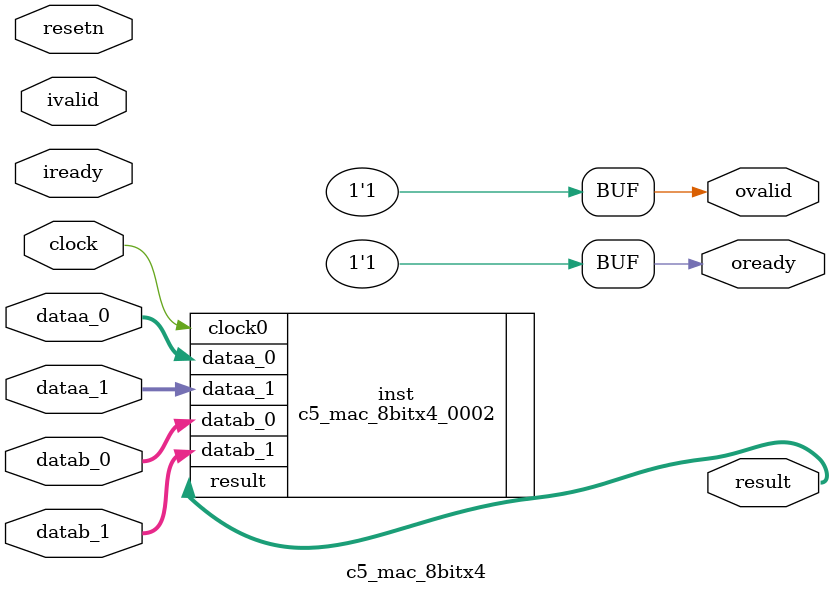
<source format=v>
`timescale 1 ps / 1 ps
module c5_mac_8bitx4 (
		input   clock,
		input   resetn,
		input   ivalid, 
		input   iready,
		output  ovalid, 
		output  oready,
		
		input  wire [7:0]  dataa_0, // dataa_0.dataa_0
		input  wire [7:0]  datab_0, // datab_0.datab_0
		
		input  wire [7:0]  dataa_1, // dataa_1.dataa_1
		input  wire [7:0]  datab_1, // datab_1.datab_1
		
		output wire [31:0] result  //  result.result
	);

	assign ovalid = 1'b1;
	assign oready = 1'b1;
	// ivalid, iready, resetn are ignored

	c5_mac_8bitx4_0002 inst (
		.result  (result),  //  result.result
		.dataa_0 (dataa_0), // dataa_0.dataa_0
		.dataa_1 (dataa_1), // dataa_1.dataa_1
		.datab_0 (datab_0), // datab_0.datab_0
		.datab_1 (datab_1), // datab_1.datab_1
		.clock0  (clock)   //  clock0.clock0
	);

endmodule

</source>
